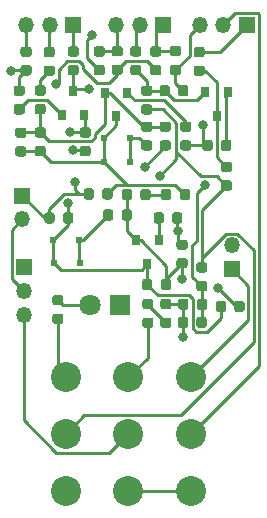
<source format=gbr>
%TF.GenerationSoftware,KiCad,Pcbnew,(5.1.7)-1*%
%TF.CreationDate,2020-11-01T08:55:33-06:00*%
%TF.ProjectId,MuffPiSMT,4d756666-5069-4534-9d54-2e6b69636164,rev?*%
%TF.SameCoordinates,Original*%
%TF.FileFunction,Copper,L1,Top*%
%TF.FilePolarity,Positive*%
%FSLAX46Y46*%
G04 Gerber Fmt 4.6, Leading zero omitted, Abs format (unit mm)*
G04 Created by KiCad (PCBNEW (5.1.7)-1) date 2020-11-01 08:55:33*
%MOMM*%
%LPD*%
G01*
G04 APERTURE LIST*
%TA.AperFunction,ComponentPad*%
%ADD10C,2.540000*%
%TD*%
%TA.AperFunction,ComponentPad*%
%ADD11R,1.350000X1.350000*%
%TD*%
%TA.AperFunction,ComponentPad*%
%ADD12O,1.350000X1.350000*%
%TD*%
%TA.AperFunction,ComponentPad*%
%ADD13R,1.800000X1.800000*%
%TD*%
%TA.AperFunction,ComponentPad*%
%ADD14C,1.800000*%
%TD*%
%TA.AperFunction,SMDPad,CuDef*%
%ADD15R,0.500000X0.500000*%
%TD*%
%TA.AperFunction,SMDPad,CuDef*%
%ADD16R,0.800000X0.900000*%
%TD*%
%TA.AperFunction,ViaPad*%
%ADD17C,0.800000*%
%TD*%
%TA.AperFunction,Conductor*%
%ADD18C,0.250000*%
%TD*%
G04 APERTURE END LIST*
D10*
%TO.P,S1,P$1*%
%TO.N,Net-(R23-Pad1)*%
X123225560Y-109501940D03*
%TO.P,S1,P$2*%
%TO.N,Net-(BT1-Pad1)*%
X123225560Y-114300000D03*
%TO.P,S1,P$3*%
%TO.N,N/C*%
X123225560Y-119098060D03*
%TO.P,S1,P$4*%
%TO.N,Net-(R1-Pad2)*%
X128524000Y-109501940D03*
%TO.P,S1,P$5*%
%TO.N,Net-(J1-Pad3)*%
X128524000Y-114300000D03*
%TO.P,S1,P$6*%
%TO.N,Net-(S1-PadP$6)*%
X128524000Y-119098060D03*
%TO.P,S1,P$7*%
%TO.N,Net-(J2-Pad1)*%
X133822440Y-109501940D03*
%TO.P,S1,P$8*%
%TO.N,Net-(S1-PadP$8)*%
X133822440Y-114300000D03*
%TO.P,S1,P$9*%
%TO.N,Net-(S1-PadP$6)*%
X133822440Y-119098060D03*
%TD*%
D11*
%TO.P,BT1,1*%
%TO.N,Net-(BT1-Pad1)*%
X119583200Y-94113600D03*
D12*
%TO.P,BT1,2*%
%TO.N,Net-(BT1-Pad2)*%
X119583200Y-96113600D03*
%TD*%
D13*
%TO.P,D5,1*%
%TO.N,GND*%
X127812800Y-103378000D03*
D14*
%TO.P,D5,2*%
%TO.N,Net-(D5-Pad2)*%
X125272800Y-103378000D03*
%TD*%
D11*
%TO.P,J1,1*%
%TO.N,GND*%
X119684800Y-100190800D03*
D12*
%TO.P,J1,2*%
%TO.N,Net-(BT1-Pad2)*%
X119684800Y-102190800D03*
%TO.P,J1,3*%
%TO.N,Net-(J1-Pad3)*%
X119684800Y-104190800D03*
%TD*%
D11*
%TO.P,J2,1*%
%TO.N,Net-(J2-Pad1)*%
X137287000Y-100330000D03*
D12*
%TO.P,J2,2*%
%TO.N,GND*%
X137287000Y-98330000D03*
%TD*%
%TO.P,SUST,3*%
%TO.N,Net-(R6-Pad2)*%
X119875800Y-79679800D03*
%TO.P,SUST,2*%
%TO.N,Net-(C4-Pad2)*%
X121875800Y-79679800D03*
D11*
%TO.P,SUST,1*%
%TO.N,Net-(C3-Pad1)*%
X123875800Y-79679800D03*
%TD*%
D12*
%TO.P,TONE,3*%
%TO.N,Net-(C11-Pad2)*%
X127495800Y-79679800D03*
%TO.P,TONE,2*%
%TO.N,Net-(C12-Pad1)*%
X129495800Y-79679800D03*
D11*
%TO.P,TONE,1*%
%TO.N,Net-(C10-Pad1)*%
X131495800Y-79679800D03*
%TD*%
%TO.P,VOL,1*%
%TO.N,Net-(C13-Pad2)*%
X138575800Y-79679800D03*
D12*
%TO.P,VOL,2*%
%TO.N,Net-(S1-PadP$8)*%
X136575800Y-79679800D03*
%TO.P,VOL,3*%
%TO.N,GND*%
X134575800Y-79679800D03*
%TD*%
%TO.P,C1,1*%
%TO.N,Net-(C1-Pad1)*%
%TA.AperFunction,SMDPad,CuDef*%
G36*
G01*
X131468150Y-102864200D02*
X131980650Y-102864200D01*
G75*
G02*
X132199400Y-103082950I0J-218750D01*
G01*
X132199400Y-103520450D01*
G75*
G02*
X131980650Y-103739200I-218750J0D01*
G01*
X131468150Y-103739200D01*
G75*
G02*
X131249400Y-103520450I0J218750D01*
G01*
X131249400Y-103082950D01*
G75*
G02*
X131468150Y-102864200I218750J0D01*
G01*
G37*
%TD.AperFunction*%
%TO.P,C1,2*%
%TO.N,Net-(C1-Pad2)*%
%TA.AperFunction,SMDPad,CuDef*%
G36*
G01*
X131468150Y-104439200D02*
X131980650Y-104439200D01*
G75*
G02*
X132199400Y-104657950I0J-218750D01*
G01*
X132199400Y-105095450D01*
G75*
G02*
X131980650Y-105314200I-218750J0D01*
G01*
X131468150Y-105314200D01*
G75*
G02*
X131249400Y-105095450I0J218750D01*
G01*
X131249400Y-104657950D01*
G75*
G02*
X131468150Y-104439200I218750J0D01*
G01*
G37*
%TD.AperFunction*%
%TD*%
%TO.P,C2,2*%
%TO.N,Net-(C1-Pad1)*%
%TA.AperFunction,SMDPad,CuDef*%
G36*
G01*
X133609600Y-104594950D02*
X133609600Y-105107450D01*
G75*
G02*
X133390850Y-105326200I-218750J0D01*
G01*
X132953350Y-105326200D01*
G75*
G02*
X132734600Y-105107450I0J218750D01*
G01*
X132734600Y-104594950D01*
G75*
G02*
X132953350Y-104376200I218750J0D01*
G01*
X133390850Y-104376200D01*
G75*
G02*
X133609600Y-104594950I0J-218750D01*
G01*
G37*
%TD.AperFunction*%
%TO.P,C2,1*%
%TO.N,Net-(C2-Pad1)*%
%TA.AperFunction,SMDPad,CuDef*%
G36*
G01*
X135184600Y-104594950D02*
X135184600Y-105107450D01*
G75*
G02*
X134965850Y-105326200I-218750J0D01*
G01*
X134528350Y-105326200D01*
G75*
G02*
X134309600Y-105107450I0J218750D01*
G01*
X134309600Y-104594950D01*
G75*
G02*
X134528350Y-104376200I218750J0D01*
G01*
X134965850Y-104376200D01*
G75*
G02*
X135184600Y-104594950I0J-218750D01*
G01*
G37*
%TD.AperFunction*%
%TD*%
%TO.P,C3,2*%
%TO.N,Net-(C2-Pad1)*%
%TA.AperFunction,SMDPad,CuDef*%
G36*
G01*
X123619550Y-83052300D02*
X124132050Y-83052300D01*
G75*
G02*
X124350800Y-83271050I0J-218750D01*
G01*
X124350800Y-83708550D01*
G75*
G02*
X124132050Y-83927300I-218750J0D01*
G01*
X123619550Y-83927300D01*
G75*
G02*
X123400800Y-83708550I0J218750D01*
G01*
X123400800Y-83271050D01*
G75*
G02*
X123619550Y-83052300I218750J0D01*
G01*
G37*
%TD.AperFunction*%
%TO.P,C3,1*%
%TO.N,Net-(C3-Pad1)*%
%TA.AperFunction,SMDPad,CuDef*%
G36*
G01*
X123619550Y-81477300D02*
X124132050Y-81477300D01*
G75*
G02*
X124350800Y-81696050I0J-218750D01*
G01*
X124350800Y-82133550D01*
G75*
G02*
X124132050Y-82352300I-218750J0D01*
G01*
X123619550Y-82352300D01*
G75*
G02*
X123400800Y-82133550I0J218750D01*
G01*
X123400800Y-81696050D01*
G75*
G02*
X123619550Y-81477300I218750J0D01*
G01*
G37*
%TD.AperFunction*%
%TD*%
%TO.P,C4,1*%
%TO.N,Net-(C4-Pad1)*%
%TA.AperFunction,SMDPad,CuDef*%
G36*
G01*
X122100050Y-83978300D02*
X121587550Y-83978300D01*
G75*
G02*
X121368800Y-83759550I0J218750D01*
G01*
X121368800Y-83322050D01*
G75*
G02*
X121587550Y-83103300I218750J0D01*
G01*
X122100050Y-83103300D01*
G75*
G02*
X122318800Y-83322050I0J-218750D01*
G01*
X122318800Y-83759550D01*
G75*
G02*
X122100050Y-83978300I-218750J0D01*
G01*
G37*
%TD.AperFunction*%
%TO.P,C4,2*%
%TO.N,Net-(C4-Pad2)*%
%TA.AperFunction,SMDPad,CuDef*%
G36*
G01*
X122100050Y-82403300D02*
X121587550Y-82403300D01*
G75*
G02*
X121368800Y-82184550I0J218750D01*
G01*
X121368800Y-81747050D01*
G75*
G02*
X121587550Y-81528300I218750J0D01*
G01*
X122100050Y-81528300D01*
G75*
G02*
X122318800Y-81747050I0J-218750D01*
G01*
X122318800Y-82184550D01*
G75*
G02*
X122100050Y-82403300I-218750J0D01*
G01*
G37*
%TD.AperFunction*%
%TD*%
%TO.P,C5,1*%
%TO.N,Net-(C5-Pad1)*%
%TA.AperFunction,SMDPad,CuDef*%
G36*
G01*
X130355050Y-90302700D02*
X129842550Y-90302700D01*
G75*
G02*
X129623800Y-90083950I0J218750D01*
G01*
X129623800Y-89646450D01*
G75*
G02*
X129842550Y-89427700I218750J0D01*
G01*
X130355050Y-89427700D01*
G75*
G02*
X130573800Y-89646450I0J-218750D01*
G01*
X130573800Y-90083950D01*
G75*
G02*
X130355050Y-90302700I-218750J0D01*
G01*
G37*
%TD.AperFunction*%
%TO.P,C5,2*%
%TO.N,Net-(C5-Pad2)*%
%TA.AperFunction,SMDPad,CuDef*%
G36*
G01*
X130355050Y-88727700D02*
X129842550Y-88727700D01*
G75*
G02*
X129623800Y-88508950I0J218750D01*
G01*
X129623800Y-88071450D01*
G75*
G02*
X129842550Y-87852700I218750J0D01*
G01*
X130355050Y-87852700D01*
G75*
G02*
X130573800Y-88071450I0J-218750D01*
G01*
X130573800Y-88508950D01*
G75*
G02*
X130355050Y-88727700I-218750J0D01*
G01*
G37*
%TD.AperFunction*%
%TD*%
%TO.P,C6,2*%
%TO.N,Net-(C5-Pad2)*%
%TA.AperFunction,SMDPad,CuDef*%
G36*
G01*
X119687050Y-89235800D02*
X119174550Y-89235800D01*
G75*
G02*
X118955800Y-89017050I0J218750D01*
G01*
X118955800Y-88579550D01*
G75*
G02*
X119174550Y-88360800I218750J0D01*
G01*
X119687050Y-88360800D01*
G75*
G02*
X119905800Y-88579550I0J-218750D01*
G01*
X119905800Y-89017050D01*
G75*
G02*
X119687050Y-89235800I-218750J0D01*
G01*
G37*
%TD.AperFunction*%
%TO.P,C6,1*%
%TO.N,Net-(C6-Pad1)*%
%TA.AperFunction,SMDPad,CuDef*%
G36*
G01*
X119687050Y-90810800D02*
X119174550Y-90810800D01*
G75*
G02*
X118955800Y-90592050I0J218750D01*
G01*
X118955800Y-90154550D01*
G75*
G02*
X119174550Y-89935800I218750J0D01*
G01*
X119687050Y-89935800D01*
G75*
G02*
X119905800Y-90154550I0J-218750D01*
G01*
X119905800Y-90592050D01*
G75*
G02*
X119687050Y-90810800I-218750J0D01*
G01*
G37*
%TD.AperFunction*%
%TD*%
%TO.P,C7,1*%
%TO.N,Net-(C7-Pad1)*%
%TA.AperFunction,SMDPad,CuDef*%
G36*
G01*
X131312200Y-94287050D02*
X131312200Y-93774550D01*
G75*
G02*
X131530950Y-93555800I218750J0D01*
G01*
X131968450Y-93555800D01*
G75*
G02*
X132187200Y-93774550I0J-218750D01*
G01*
X132187200Y-94287050D01*
G75*
G02*
X131968450Y-94505800I-218750J0D01*
G01*
X131530950Y-94505800D01*
G75*
G02*
X131312200Y-94287050I0J218750D01*
G01*
G37*
%TD.AperFunction*%
%TO.P,C7,2*%
%TO.N,Net-(C6-Pad1)*%
%TA.AperFunction,SMDPad,CuDef*%
G36*
G01*
X132887200Y-94287050D02*
X132887200Y-93774550D01*
G75*
G02*
X133105950Y-93555800I218750J0D01*
G01*
X133543450Y-93555800D01*
G75*
G02*
X133762200Y-93774550I0J-218750D01*
G01*
X133762200Y-94287050D01*
G75*
G02*
X133543450Y-94505800I-218750J0D01*
G01*
X133105950Y-94505800D01*
G75*
G02*
X132887200Y-94287050I0J218750D01*
G01*
G37*
%TD.AperFunction*%
%TD*%
%TO.P,C8,1*%
%TO.N,Net-(C8-Pad1)*%
%TA.AperFunction,SMDPad,CuDef*%
G36*
G01*
X126410100Y-96014250D02*
X126410100Y-95501750D01*
G75*
G02*
X126628850Y-95283000I218750J0D01*
G01*
X127066350Y-95283000D01*
G75*
G02*
X127285100Y-95501750I0J-218750D01*
G01*
X127285100Y-96014250D01*
G75*
G02*
X127066350Y-96233000I-218750J0D01*
G01*
X126628850Y-96233000D01*
G75*
G02*
X126410100Y-96014250I0J218750D01*
G01*
G37*
%TD.AperFunction*%
%TO.P,C8,2*%
%TO.N,Net-(C8-Pad2)*%
%TA.AperFunction,SMDPad,CuDef*%
G36*
G01*
X127985100Y-96014250D02*
X127985100Y-95501750D01*
G75*
G02*
X128203850Y-95283000I218750J0D01*
G01*
X128641350Y-95283000D01*
G75*
G02*
X128860100Y-95501750I0J-218750D01*
G01*
X128860100Y-96014250D01*
G75*
G02*
X128641350Y-96233000I-218750J0D01*
G01*
X128203850Y-96233000D01*
G75*
G02*
X127985100Y-96014250I0J218750D01*
G01*
G37*
%TD.AperFunction*%
%TD*%
%TO.P,C9,2*%
%TO.N,Net-(C8-Pad2)*%
%TA.AperFunction,SMDPad,CuDef*%
G36*
G01*
X131286900Y-101907050D02*
X131286900Y-101394550D01*
G75*
G02*
X131505650Y-101175800I218750J0D01*
G01*
X131943150Y-101175800D01*
G75*
G02*
X132161900Y-101394550I0J-218750D01*
G01*
X132161900Y-101907050D01*
G75*
G02*
X131943150Y-102125800I-218750J0D01*
G01*
X131505650Y-102125800D01*
G75*
G02*
X131286900Y-101907050I0J218750D01*
G01*
G37*
%TD.AperFunction*%
%TO.P,C9,1*%
%TO.N,Net-(C10-Pad2)*%
%TA.AperFunction,SMDPad,CuDef*%
G36*
G01*
X129711900Y-101907050D02*
X129711900Y-101394550D01*
G75*
G02*
X129930650Y-101175800I218750J0D01*
G01*
X130368150Y-101175800D01*
G75*
G02*
X130586900Y-101394550I0J-218750D01*
G01*
X130586900Y-101907050D01*
G75*
G02*
X130368150Y-102125800I-218750J0D01*
G01*
X129930650Y-102125800D01*
G75*
G02*
X129711900Y-101907050I0J218750D01*
G01*
G37*
%TD.AperFunction*%
%TD*%
%TO.P,C10,2*%
%TO.N,Net-(C10-Pad2)*%
%TA.AperFunction,SMDPad,CuDef*%
G36*
G01*
X130604550Y-83052400D02*
X131117050Y-83052400D01*
G75*
G02*
X131335800Y-83271150I0J-218750D01*
G01*
X131335800Y-83708650D01*
G75*
G02*
X131117050Y-83927400I-218750J0D01*
G01*
X130604550Y-83927400D01*
G75*
G02*
X130385800Y-83708650I0J218750D01*
G01*
X130385800Y-83271150D01*
G75*
G02*
X130604550Y-83052400I218750J0D01*
G01*
G37*
%TD.AperFunction*%
%TO.P,C10,1*%
%TO.N,Net-(C10-Pad1)*%
%TA.AperFunction,SMDPad,CuDef*%
G36*
G01*
X130604550Y-81477400D02*
X131117050Y-81477400D01*
G75*
G02*
X131335800Y-81696150I0J-218750D01*
G01*
X131335800Y-82133650D01*
G75*
G02*
X131117050Y-82352400I-218750J0D01*
G01*
X130604550Y-82352400D01*
G75*
G02*
X130385800Y-82133650I0J218750D01*
G01*
X130385800Y-81696150D01*
G75*
G02*
X130604550Y-81477400I218750J0D01*
G01*
G37*
%TD.AperFunction*%
%TD*%
%TO.P,C11,2*%
%TO.N,Net-(C11-Pad2)*%
%TA.AperFunction,SMDPad,CuDef*%
G36*
G01*
X126341850Y-82352400D02*
X125829350Y-82352400D01*
G75*
G02*
X125610600Y-82133650I0J218750D01*
G01*
X125610600Y-81696150D01*
G75*
G02*
X125829350Y-81477400I218750J0D01*
G01*
X126341850Y-81477400D01*
G75*
G02*
X126560600Y-81696150I0J-218750D01*
G01*
X126560600Y-82133650D01*
G75*
G02*
X126341850Y-82352400I-218750J0D01*
G01*
G37*
%TD.AperFunction*%
%TO.P,C11,1*%
%TO.N,GND*%
%TA.AperFunction,SMDPad,CuDef*%
G36*
G01*
X126341850Y-83927400D02*
X125829350Y-83927400D01*
G75*
G02*
X125610600Y-83708650I0J218750D01*
G01*
X125610600Y-83271150D01*
G75*
G02*
X125829350Y-83052400I218750J0D01*
G01*
X126341850Y-83052400D01*
G75*
G02*
X126560600Y-83271150I0J-218750D01*
G01*
X126560600Y-83708650D01*
G75*
G02*
X126341850Y-83927400I-218750J0D01*
G01*
G37*
%TD.AperFunction*%
%TD*%
%TO.P,C12,1*%
%TO.N,Net-(C12-Pad1)*%
%TA.AperFunction,SMDPad,CuDef*%
G36*
G01*
X128928150Y-81477400D02*
X129440650Y-81477400D01*
G75*
G02*
X129659400Y-81696150I0J-218750D01*
G01*
X129659400Y-82133650D01*
G75*
G02*
X129440650Y-82352400I-218750J0D01*
G01*
X128928150Y-82352400D01*
G75*
G02*
X128709400Y-82133650I0J218750D01*
G01*
X128709400Y-81696150D01*
G75*
G02*
X128928150Y-81477400I218750J0D01*
G01*
G37*
%TD.AperFunction*%
%TO.P,C12,2*%
%TO.N,Net-(C12-Pad2)*%
%TA.AperFunction,SMDPad,CuDef*%
G36*
G01*
X128928150Y-83052400D02*
X129440650Y-83052400D01*
G75*
G02*
X129659400Y-83271150I0J-218750D01*
G01*
X129659400Y-83708650D01*
G75*
G02*
X129440650Y-83927400I-218750J0D01*
G01*
X128928150Y-83927400D01*
G75*
G02*
X128709400Y-83708650I0J218750D01*
G01*
X128709400Y-83271150D01*
G75*
G02*
X128928150Y-83052400I218750J0D01*
G01*
G37*
%TD.AperFunction*%
%TD*%
%TO.P,C13,1*%
%TO.N,Net-(C13-Pad1)*%
%TA.AperFunction,SMDPad,CuDef*%
G36*
G01*
X134800050Y-83978300D02*
X134287550Y-83978300D01*
G75*
G02*
X134068800Y-83759550I0J218750D01*
G01*
X134068800Y-83322050D01*
G75*
G02*
X134287550Y-83103300I218750J0D01*
G01*
X134800050Y-83103300D01*
G75*
G02*
X135018800Y-83322050I0J-218750D01*
G01*
X135018800Y-83759550D01*
G75*
G02*
X134800050Y-83978300I-218750J0D01*
G01*
G37*
%TD.AperFunction*%
%TO.P,C13,2*%
%TO.N,Net-(C13-Pad2)*%
%TA.AperFunction,SMDPad,CuDef*%
G36*
G01*
X134800050Y-82403300D02*
X134287550Y-82403300D01*
G75*
G02*
X134068800Y-82184550I0J218750D01*
G01*
X134068800Y-81747050D01*
G75*
G02*
X134287550Y-81528300I218750J0D01*
G01*
X134800050Y-81528300D01*
G75*
G02*
X135018800Y-81747050I0J-218750D01*
G01*
X135018800Y-82184550D01*
G75*
G02*
X134800050Y-82403300I-218750J0D01*
G01*
G37*
%TD.AperFunction*%
%TD*%
D15*
%TO.P,D1,2*%
%TO.N,Net-(C5-Pad1)*%
X128658800Y-89204800D03*
%TO.P,D1,1*%
%TO.N,Net-(C6-Pad1)*%
X126458800Y-89204800D03*
%TD*%
%TO.P,D2,1*%
%TO.N,Net-(C5-Pad1)*%
X128658800Y-91236800D03*
%TO.P,D2,2*%
%TO.N,Net-(C6-Pad1)*%
X126458800Y-91236800D03*
%TD*%
%TO.P,D3,2*%
%TO.N,Net-(C8-Pad1)*%
X124366200Y-97917000D03*
%TO.P,D3,1*%
%TO.N,Net-(C10-Pad2)*%
X122166200Y-97917000D03*
%TD*%
%TO.P,D4,1*%
%TO.N,Net-(C8-Pad1)*%
X124493200Y-99822000D03*
%TO.P,D4,2*%
%TO.N,Net-(C10-Pad2)*%
X122293200Y-99822000D03*
%TD*%
D16*
%TO.P,Q1,1*%
%TO.N,Net-(Q1-Pad1)*%
X122925800Y-87283800D03*
%TO.P,Q1,2*%
%TO.N,Net-(C1-Pad1)*%
X124825800Y-87283800D03*
%TO.P,Q1,3*%
%TO.N,Net-(C2-Pad1)*%
X123875800Y-85283800D03*
%TD*%
%TO.P,Q2,3*%
%TO.N,Net-(C6-Pad1)*%
X127497800Y-87394800D03*
%TO.P,Q2,2*%
%TO.N,Net-(C5-Pad2)*%
X126547800Y-85394800D03*
%TO.P,Q2,1*%
%TO.N,Net-(Q2-Pad1)*%
X128447800Y-85394800D03*
%TD*%
%TO.P,Q3,3*%
%TO.N,Net-(C10-Pad2)*%
X130149600Y-99907600D03*
%TO.P,Q3,2*%
%TO.N,Net-(C8-Pad2)*%
X129199600Y-97907600D03*
%TO.P,Q3,1*%
%TO.N,Net-(Q3-Pad1)*%
X131099600Y-97907600D03*
%TD*%
%TO.P,Q4,1*%
%TO.N,Net-(Q4-Pad1)*%
X136967000Y-85376000D03*
%TO.P,Q4,2*%
%TO.N,Net-(C12-Pad2)*%
X135067000Y-85376000D03*
%TO.P,Q4,3*%
%TO.N,Net-(C13-Pad1)*%
X136017000Y-87376000D03*
%TD*%
%TO.P,R1,2*%
%TO.N,Net-(R1-Pad2)*%
%TA.AperFunction,SMDPad,CuDef*%
G36*
G01*
X129944150Y-104439200D02*
X130456650Y-104439200D01*
G75*
G02*
X130675400Y-104657950I0J-218750D01*
G01*
X130675400Y-105095450D01*
G75*
G02*
X130456650Y-105314200I-218750J0D01*
G01*
X129944150Y-105314200D01*
G75*
G02*
X129725400Y-105095450I0J218750D01*
G01*
X129725400Y-104657950D01*
G75*
G02*
X129944150Y-104439200I218750J0D01*
G01*
G37*
%TD.AperFunction*%
%TO.P,R1,1*%
%TO.N,Net-(C1-Pad2)*%
%TA.AperFunction,SMDPad,CuDef*%
G36*
G01*
X129944150Y-102864200D02*
X130456650Y-102864200D01*
G75*
G02*
X130675400Y-103082950I0J-218750D01*
G01*
X130675400Y-103520450D01*
G75*
G02*
X130456650Y-103739200I-218750J0D01*
G01*
X129944150Y-103739200D01*
G75*
G02*
X129725400Y-103520450I0J218750D01*
G01*
X129725400Y-103082950D01*
G75*
G02*
X129944150Y-102864200I218750J0D01*
G01*
G37*
%TD.AperFunction*%
%TD*%
%TO.P,R2,2*%
%TO.N,Net-(C1-Pad1)*%
%TA.AperFunction,SMDPad,CuDef*%
G36*
G01*
X125148050Y-89210300D02*
X124635550Y-89210300D01*
G75*
G02*
X124416800Y-88991550I0J218750D01*
G01*
X124416800Y-88554050D01*
G75*
G02*
X124635550Y-88335300I218750J0D01*
G01*
X125148050Y-88335300D01*
G75*
G02*
X125366800Y-88554050I0J-218750D01*
G01*
X125366800Y-88991550D01*
G75*
G02*
X125148050Y-89210300I-218750J0D01*
G01*
G37*
%TD.AperFunction*%
%TO.P,R2,1*%
%TO.N,GND*%
%TA.AperFunction,SMDPad,CuDef*%
G36*
G01*
X125148050Y-90785300D02*
X124635550Y-90785300D01*
G75*
G02*
X124416800Y-90566550I0J218750D01*
G01*
X124416800Y-90129050D01*
G75*
G02*
X124635550Y-89910300I218750J0D01*
G01*
X125148050Y-89910300D01*
G75*
G02*
X125366800Y-90129050I0J-218750D01*
G01*
X125366800Y-90566550D01*
G75*
G02*
X125148050Y-90785300I-218750J0D01*
G01*
G37*
%TD.AperFunction*%
%TD*%
%TO.P,R3,2*%
%TO.N,Net-(C2-Pad1)*%
%TA.AperFunction,SMDPad,CuDef*%
G36*
G01*
X134334900Y-103583450D02*
X134334900Y-103070950D01*
G75*
G02*
X134553650Y-102852200I218750J0D01*
G01*
X134991150Y-102852200D01*
G75*
G02*
X135209900Y-103070950I0J-218750D01*
G01*
X135209900Y-103583450D01*
G75*
G02*
X134991150Y-103802200I-218750J0D01*
G01*
X134553650Y-103802200D01*
G75*
G02*
X134334900Y-103583450I0J218750D01*
G01*
G37*
%TD.AperFunction*%
%TO.P,R3,1*%
%TO.N,Net-(C1-Pad1)*%
%TA.AperFunction,SMDPad,CuDef*%
G36*
G01*
X132759900Y-103583450D02*
X132759900Y-103070950D01*
G75*
G02*
X132978650Y-102852200I218750J0D01*
G01*
X133416150Y-102852200D01*
G75*
G02*
X133634900Y-103070950I0J-218750D01*
G01*
X133634900Y-103583450D01*
G75*
G02*
X133416150Y-103802200I-218750J0D01*
G01*
X132978650Y-103802200D01*
G75*
G02*
X132759900Y-103583450I0J218750D01*
G01*
G37*
%TD.AperFunction*%
%TD*%
%TO.P,R4,2*%
%TO.N,Net-(BT1-Pad1)*%
%TA.AperFunction,SMDPad,CuDef*%
G36*
G01*
X135028650Y-100640400D02*
X134516150Y-100640400D01*
G75*
G02*
X134297400Y-100421650I0J218750D01*
G01*
X134297400Y-99984150D01*
G75*
G02*
X134516150Y-99765400I218750J0D01*
G01*
X135028650Y-99765400D01*
G75*
G02*
X135247400Y-99984150I0J-218750D01*
G01*
X135247400Y-100421650D01*
G75*
G02*
X135028650Y-100640400I-218750J0D01*
G01*
G37*
%TD.AperFunction*%
%TO.P,R4,1*%
%TO.N,Net-(C2-Pad1)*%
%TA.AperFunction,SMDPad,CuDef*%
G36*
G01*
X135028650Y-102215400D02*
X134516150Y-102215400D01*
G75*
G02*
X134297400Y-101996650I0J218750D01*
G01*
X134297400Y-101559150D01*
G75*
G02*
X134516150Y-101340400I218750J0D01*
G01*
X135028650Y-101340400D01*
G75*
G02*
X135247400Y-101559150I0J-218750D01*
G01*
X135247400Y-101996650D01*
G75*
G02*
X135028650Y-102215400I-218750J0D01*
G01*
G37*
%TD.AperFunction*%
%TD*%
%TO.P,R5,1*%
%TO.N,GND*%
%TA.AperFunction,SMDPad,CuDef*%
G36*
G01*
X119047550Y-84804800D02*
X119560050Y-84804800D01*
G75*
G02*
X119778800Y-85023550I0J-218750D01*
G01*
X119778800Y-85461050D01*
G75*
G02*
X119560050Y-85679800I-218750J0D01*
G01*
X119047550Y-85679800D01*
G75*
G02*
X118828800Y-85461050I0J218750D01*
G01*
X118828800Y-85023550D01*
G75*
G02*
X119047550Y-84804800I218750J0D01*
G01*
G37*
%TD.AperFunction*%
%TO.P,R5,2*%
%TO.N,Net-(Q1-Pad1)*%
%TA.AperFunction,SMDPad,CuDef*%
G36*
G01*
X119047550Y-86379800D02*
X119560050Y-86379800D01*
G75*
G02*
X119778800Y-86598550I0J-218750D01*
G01*
X119778800Y-87036050D01*
G75*
G02*
X119560050Y-87254800I-218750J0D01*
G01*
X119047550Y-87254800D01*
G75*
G02*
X118828800Y-87036050I0J218750D01*
G01*
X118828800Y-86598550D01*
G75*
G02*
X119047550Y-86379800I218750J0D01*
G01*
G37*
%TD.AperFunction*%
%TD*%
%TO.P,R6,1*%
%TO.N,GND*%
%TA.AperFunction,SMDPad,CuDef*%
G36*
G01*
X120144250Y-83952800D02*
X119631750Y-83952800D01*
G75*
G02*
X119413000Y-83734050I0J218750D01*
G01*
X119413000Y-83296550D01*
G75*
G02*
X119631750Y-83077800I218750J0D01*
G01*
X120144250Y-83077800D01*
G75*
G02*
X120363000Y-83296550I0J-218750D01*
G01*
X120363000Y-83734050D01*
G75*
G02*
X120144250Y-83952800I-218750J0D01*
G01*
G37*
%TD.AperFunction*%
%TO.P,R6,2*%
%TO.N,Net-(R6-Pad2)*%
%TA.AperFunction,SMDPad,CuDef*%
G36*
G01*
X120144250Y-82377800D02*
X119631750Y-82377800D01*
G75*
G02*
X119413000Y-82159050I0J218750D01*
G01*
X119413000Y-81721550D01*
G75*
G02*
X119631750Y-81502800I218750J0D01*
G01*
X120144250Y-81502800D01*
G75*
G02*
X120363000Y-81721550I0J-218750D01*
G01*
X120363000Y-82159050D01*
G75*
G02*
X120144250Y-82377800I-218750J0D01*
G01*
G37*
%TD.AperFunction*%
%TD*%
%TO.P,R7,1*%
%TO.N,Net-(C4-Pad1)*%
%TA.AperFunction,SMDPad,CuDef*%
G36*
G01*
X120825550Y-84779300D02*
X121338050Y-84779300D01*
G75*
G02*
X121556800Y-84998050I0J-218750D01*
G01*
X121556800Y-85435550D01*
G75*
G02*
X121338050Y-85654300I-218750J0D01*
G01*
X120825550Y-85654300D01*
G75*
G02*
X120606800Y-85435550I0J218750D01*
G01*
X120606800Y-84998050D01*
G75*
G02*
X120825550Y-84779300I218750J0D01*
G01*
G37*
%TD.AperFunction*%
%TO.P,R7,2*%
%TO.N,Net-(C5-Pad2)*%
%TA.AperFunction,SMDPad,CuDef*%
G36*
G01*
X120825550Y-86354300D02*
X121338050Y-86354300D01*
G75*
G02*
X121556800Y-86573050I0J-218750D01*
G01*
X121556800Y-87010550D01*
G75*
G02*
X121338050Y-87229300I-218750J0D01*
G01*
X120825550Y-87229300D01*
G75*
G02*
X120606800Y-87010550I0J218750D01*
G01*
X120606800Y-86573050D01*
G75*
G02*
X120825550Y-86354300I218750J0D01*
G01*
G37*
%TD.AperFunction*%
%TD*%
%TO.P,R8,2*%
%TO.N,GND*%
%TA.AperFunction,SMDPad,CuDef*%
G36*
G01*
X131417350Y-89427900D02*
X131929850Y-89427900D01*
G75*
G02*
X132148600Y-89646650I0J-218750D01*
G01*
X132148600Y-90084150D01*
G75*
G02*
X131929850Y-90302900I-218750J0D01*
G01*
X131417350Y-90302900D01*
G75*
G02*
X131198600Y-90084150I0J218750D01*
G01*
X131198600Y-89646650D01*
G75*
G02*
X131417350Y-89427900I218750J0D01*
G01*
G37*
%TD.AperFunction*%
%TO.P,R8,1*%
%TO.N,Net-(C5-Pad2)*%
%TA.AperFunction,SMDPad,CuDef*%
G36*
G01*
X131417350Y-87852900D02*
X131929850Y-87852900D01*
G75*
G02*
X132148600Y-88071650I0J-218750D01*
G01*
X132148600Y-88509150D01*
G75*
G02*
X131929850Y-88727900I-218750J0D01*
G01*
X131417350Y-88727900D01*
G75*
G02*
X131198600Y-88509150I0J218750D01*
G01*
X131198600Y-88071650D01*
G75*
G02*
X131417350Y-87852900I218750J0D01*
G01*
G37*
%TD.AperFunction*%
%TD*%
%TO.P,R9,2*%
%TO.N,Net-(C6-Pad1)*%
%TA.AperFunction,SMDPad,CuDef*%
G36*
G01*
X120825550Y-89910300D02*
X121338050Y-89910300D01*
G75*
G02*
X121556800Y-90129050I0J-218750D01*
G01*
X121556800Y-90566550D01*
G75*
G02*
X121338050Y-90785300I-218750J0D01*
G01*
X120825550Y-90785300D01*
G75*
G02*
X120606800Y-90566550I0J218750D01*
G01*
X120606800Y-90129050D01*
G75*
G02*
X120825550Y-89910300I218750J0D01*
G01*
G37*
%TD.AperFunction*%
%TO.P,R9,1*%
%TO.N,Net-(C5-Pad2)*%
%TA.AperFunction,SMDPad,CuDef*%
G36*
G01*
X120825550Y-88335300D02*
X121338050Y-88335300D01*
G75*
G02*
X121556800Y-88554050I0J-218750D01*
G01*
X121556800Y-88991550D01*
G75*
G02*
X121338050Y-89210300I-218750J0D01*
G01*
X120825550Y-89210300D01*
G75*
G02*
X120606800Y-88991550I0J218750D01*
G01*
X120606800Y-88554050D01*
G75*
G02*
X120825550Y-88335300I218750J0D01*
G01*
G37*
%TD.AperFunction*%
%TD*%
%TO.P,R10,1*%
%TO.N,Net-(BT1-Pad1)*%
%TA.AperFunction,SMDPad,CuDef*%
G36*
G01*
X124759000Y-94236250D02*
X124759000Y-93723750D01*
G75*
G02*
X124977750Y-93505000I218750J0D01*
G01*
X125415250Y-93505000D01*
G75*
G02*
X125634000Y-93723750I0J-218750D01*
G01*
X125634000Y-94236250D01*
G75*
G02*
X125415250Y-94455000I-218750J0D01*
G01*
X124977750Y-94455000D01*
G75*
G02*
X124759000Y-94236250I0J218750D01*
G01*
G37*
%TD.AperFunction*%
%TO.P,R10,2*%
%TO.N,Net-(C6-Pad1)*%
%TA.AperFunction,SMDPad,CuDef*%
G36*
G01*
X126334000Y-94236250D02*
X126334000Y-93723750D01*
G75*
G02*
X126552750Y-93505000I218750J0D01*
G01*
X126990250Y-93505000D01*
G75*
G02*
X127209000Y-93723750I0J-218750D01*
G01*
X127209000Y-94236250D01*
G75*
G02*
X126990250Y-94455000I-218750J0D01*
G01*
X126552750Y-94455000D01*
G75*
G02*
X126334000Y-94236250I0J218750D01*
G01*
G37*
%TD.AperFunction*%
%TD*%
%TO.P,R11,1*%
%TO.N,Net-(Q2-Pad1)*%
%TA.AperFunction,SMDPad,CuDef*%
G36*
G01*
X133144550Y-87852900D02*
X133657050Y-87852900D01*
G75*
G02*
X133875800Y-88071650I0J-218750D01*
G01*
X133875800Y-88509150D01*
G75*
G02*
X133657050Y-88727900I-218750J0D01*
G01*
X133144550Y-88727900D01*
G75*
G02*
X132925800Y-88509150I0J218750D01*
G01*
X132925800Y-88071650D01*
G75*
G02*
X133144550Y-87852900I218750J0D01*
G01*
G37*
%TD.AperFunction*%
%TO.P,R11,2*%
%TO.N,GND*%
%TA.AperFunction,SMDPad,CuDef*%
G36*
G01*
X133144550Y-89427900D02*
X133657050Y-89427900D01*
G75*
G02*
X133875800Y-89646650I0J-218750D01*
G01*
X133875800Y-90084150D01*
G75*
G02*
X133657050Y-90302900I-218750J0D01*
G01*
X133144550Y-90302900D01*
G75*
G02*
X132925800Y-90084150I0J218750D01*
G01*
X132925800Y-89646650D01*
G75*
G02*
X133144550Y-89427900I218750J0D01*
G01*
G37*
%TD.AperFunction*%
%TD*%
%TO.P,R12,1*%
%TO.N,Net-(C7-Pad1)*%
%TA.AperFunction,SMDPad,CuDef*%
G36*
G01*
X130434900Y-93774550D02*
X130434900Y-94287050D01*
G75*
G02*
X130216150Y-94505800I-218750J0D01*
G01*
X129778650Y-94505800D01*
G75*
G02*
X129559900Y-94287050I0J218750D01*
G01*
X129559900Y-93774550D01*
G75*
G02*
X129778650Y-93555800I218750J0D01*
G01*
X130216150Y-93555800D01*
G75*
G02*
X130434900Y-93774550I0J-218750D01*
G01*
G37*
%TD.AperFunction*%
%TO.P,R12,2*%
%TO.N,Net-(C8-Pad2)*%
%TA.AperFunction,SMDPad,CuDef*%
G36*
G01*
X128859900Y-93774550D02*
X128859900Y-94287050D01*
G75*
G02*
X128641150Y-94505800I-218750J0D01*
G01*
X128203650Y-94505800D01*
G75*
G02*
X127984900Y-94287050I0J218750D01*
G01*
X127984900Y-93774550D01*
G75*
G02*
X128203650Y-93555800I218750J0D01*
G01*
X128641150Y-93555800D01*
G75*
G02*
X128859900Y-93774550I0J-218750D01*
G01*
G37*
%TD.AperFunction*%
%TD*%
%TO.P,R13,2*%
%TO.N,GND*%
%TA.AperFunction,SMDPad,CuDef*%
G36*
G01*
X133352250Y-98710000D02*
X132839750Y-98710000D01*
G75*
G02*
X132621000Y-98491250I0J218750D01*
G01*
X132621000Y-98053750D01*
G75*
G02*
X132839750Y-97835000I218750J0D01*
G01*
X133352250Y-97835000D01*
G75*
G02*
X133571000Y-98053750I0J-218750D01*
G01*
X133571000Y-98491250D01*
G75*
G02*
X133352250Y-98710000I-218750J0D01*
G01*
G37*
%TD.AperFunction*%
%TO.P,R13,1*%
%TO.N,Net-(C8-Pad2)*%
%TA.AperFunction,SMDPad,CuDef*%
G36*
G01*
X133352250Y-100285000D02*
X132839750Y-100285000D01*
G75*
G02*
X132621000Y-100066250I0J218750D01*
G01*
X132621000Y-99628750D01*
G75*
G02*
X132839750Y-99410000I218750J0D01*
G01*
X133352250Y-99410000D01*
G75*
G02*
X133571000Y-99628750I0J-218750D01*
G01*
X133571000Y-100066250D01*
G75*
G02*
X133352250Y-100285000I-218750J0D01*
G01*
G37*
%TD.AperFunction*%
%TD*%
%TO.P,R14,2*%
%TO.N,Net-(C10-Pad2)*%
%TA.AperFunction,SMDPad,CuDef*%
G36*
G01*
X136810000Y-103248750D02*
X136810000Y-103761250D01*
G75*
G02*
X136591250Y-103980000I-218750J0D01*
G01*
X136153750Y-103980000D01*
G75*
G02*
X135935000Y-103761250I0J218750D01*
G01*
X135935000Y-103248750D01*
G75*
G02*
X136153750Y-103030000I218750J0D01*
G01*
X136591250Y-103030000D01*
G75*
G02*
X136810000Y-103248750I0J-218750D01*
G01*
G37*
%TD.AperFunction*%
%TO.P,R14,1*%
%TO.N,Net-(C8-Pad2)*%
%TA.AperFunction,SMDPad,CuDef*%
G36*
G01*
X138385000Y-103248750D02*
X138385000Y-103761250D01*
G75*
G02*
X138166250Y-103980000I-218750J0D01*
G01*
X137728750Y-103980000D01*
G75*
G02*
X137510000Y-103761250I0J218750D01*
G01*
X137510000Y-103248750D01*
G75*
G02*
X137728750Y-103030000I218750J0D01*
G01*
X138166250Y-103030000D01*
G75*
G02*
X138385000Y-103248750I0J-218750D01*
G01*
G37*
%TD.AperFunction*%
%TD*%
%TO.P,R15,2*%
%TO.N,GND*%
%TA.AperFunction,SMDPad,CuDef*%
G36*
G01*
X132252300Y-96268250D02*
X132252300Y-95755750D01*
G75*
G02*
X132471050Y-95537000I218750J0D01*
G01*
X132908550Y-95537000D01*
G75*
G02*
X133127300Y-95755750I0J-218750D01*
G01*
X133127300Y-96268250D01*
G75*
G02*
X132908550Y-96487000I-218750J0D01*
G01*
X132471050Y-96487000D01*
G75*
G02*
X132252300Y-96268250I0J218750D01*
G01*
G37*
%TD.AperFunction*%
%TO.P,R15,1*%
%TO.N,Net-(Q3-Pad1)*%
%TA.AperFunction,SMDPad,CuDef*%
G36*
G01*
X130677300Y-96268250D02*
X130677300Y-95755750D01*
G75*
G02*
X130896050Y-95537000I218750J0D01*
G01*
X131333550Y-95537000D01*
G75*
G02*
X131552300Y-95755750I0J-218750D01*
G01*
X131552300Y-96268250D01*
G75*
G02*
X131333550Y-96487000I-218750J0D01*
G01*
X130896050Y-96487000D01*
G75*
G02*
X130677300Y-96268250I0J218750D01*
G01*
G37*
%TD.AperFunction*%
%TD*%
%TO.P,R16,1*%
%TO.N,Net-(BT1-Pad1)*%
%TA.AperFunction,SMDPad,CuDef*%
G36*
G01*
X121431500Y-96268250D02*
X121431500Y-95755750D01*
G75*
G02*
X121650250Y-95537000I218750J0D01*
G01*
X122087750Y-95537000D01*
G75*
G02*
X122306500Y-95755750I0J-218750D01*
G01*
X122306500Y-96268250D01*
G75*
G02*
X122087750Y-96487000I-218750J0D01*
G01*
X121650250Y-96487000D01*
G75*
G02*
X121431500Y-96268250I0J218750D01*
G01*
G37*
%TD.AperFunction*%
%TO.P,R16,2*%
%TO.N,Net-(C10-Pad2)*%
%TA.AperFunction,SMDPad,CuDef*%
G36*
G01*
X123006500Y-96268250D02*
X123006500Y-95755750D01*
G75*
G02*
X123225250Y-95537000I218750J0D01*
G01*
X123662750Y-95537000D01*
G75*
G02*
X123881500Y-95755750I0J-218750D01*
G01*
X123881500Y-96268250D01*
G75*
G02*
X123662750Y-96487000I-218750J0D01*
G01*
X123225250Y-96487000D01*
G75*
G02*
X123006500Y-96268250I0J218750D01*
G01*
G37*
%TD.AperFunction*%
%TD*%
%TO.P,R17,2*%
%TO.N,Net-(C11-Pad2)*%
%TA.AperFunction,SMDPad,CuDef*%
G36*
G01*
X127865850Y-82326900D02*
X127353350Y-82326900D01*
G75*
G02*
X127134600Y-82108150I0J218750D01*
G01*
X127134600Y-81670650D01*
G75*
G02*
X127353350Y-81451900I218750J0D01*
G01*
X127865850Y-81451900D01*
G75*
G02*
X128084600Y-81670650I0J-218750D01*
G01*
X128084600Y-82108150D01*
G75*
G02*
X127865850Y-82326900I-218750J0D01*
G01*
G37*
%TD.AperFunction*%
%TO.P,R17,1*%
%TO.N,Net-(C10-Pad2)*%
%TA.AperFunction,SMDPad,CuDef*%
G36*
G01*
X127865850Y-83901900D02*
X127353350Y-83901900D01*
G75*
G02*
X127134600Y-83683150I0J218750D01*
G01*
X127134600Y-83245650D01*
G75*
G02*
X127353350Y-83026900I218750J0D01*
G01*
X127865850Y-83026900D01*
G75*
G02*
X128084600Y-83245650I0J-218750D01*
G01*
X128084600Y-83683150D01*
G75*
G02*
X127865850Y-83901900I-218750J0D01*
G01*
G37*
%TD.AperFunction*%
%TD*%
%TO.P,R18,1*%
%TO.N,GND*%
%TA.AperFunction,SMDPad,CuDef*%
G36*
G01*
X132793450Y-83901900D02*
X132280950Y-83901900D01*
G75*
G02*
X132062200Y-83683150I0J218750D01*
G01*
X132062200Y-83245650D01*
G75*
G02*
X132280950Y-83026900I218750J0D01*
G01*
X132793450Y-83026900D01*
G75*
G02*
X133012200Y-83245650I0J-218750D01*
G01*
X133012200Y-83683150D01*
G75*
G02*
X132793450Y-83901900I-218750J0D01*
G01*
G37*
%TD.AperFunction*%
%TO.P,R18,2*%
%TO.N,Net-(C10-Pad1)*%
%TA.AperFunction,SMDPad,CuDef*%
G36*
G01*
X132793450Y-82326900D02*
X132280950Y-82326900D01*
G75*
G02*
X132062200Y-82108150I0J218750D01*
G01*
X132062200Y-81670650D01*
G75*
G02*
X132280950Y-81451900I218750J0D01*
G01*
X132793450Y-81451900D01*
G75*
G02*
X133012200Y-81670650I0J-218750D01*
G01*
X133012200Y-82108150D01*
G75*
G02*
X132793450Y-82326900I-218750J0D01*
G01*
G37*
%TD.AperFunction*%
%TD*%
%TO.P,R19,2*%
%TO.N,Net-(C12-Pad2)*%
%TA.AperFunction,SMDPad,CuDef*%
G36*
G01*
X130355050Y-85679800D02*
X129842550Y-85679800D01*
G75*
G02*
X129623800Y-85461050I0J218750D01*
G01*
X129623800Y-85023550D01*
G75*
G02*
X129842550Y-84804800I218750J0D01*
G01*
X130355050Y-84804800D01*
G75*
G02*
X130573800Y-85023550I0J-218750D01*
G01*
X130573800Y-85461050D01*
G75*
G02*
X130355050Y-85679800I-218750J0D01*
G01*
G37*
%TD.AperFunction*%
%TO.P,R19,1*%
%TO.N,Net-(BT1-Pad1)*%
%TA.AperFunction,SMDPad,CuDef*%
G36*
G01*
X130355050Y-87254800D02*
X129842550Y-87254800D01*
G75*
G02*
X129623800Y-87036050I0J218750D01*
G01*
X129623800Y-86598550D01*
G75*
G02*
X129842550Y-86379800I218750J0D01*
G01*
X130355050Y-86379800D01*
G75*
G02*
X130573800Y-86598550I0J-218750D01*
G01*
X130573800Y-87036050D01*
G75*
G02*
X130355050Y-87254800I-218750J0D01*
G01*
G37*
%TD.AperFunction*%
%TD*%
%TO.P,R20,1*%
%TO.N,Net-(C12-Pad2)*%
%TA.AperFunction,SMDPad,CuDef*%
G36*
G01*
X131185300Y-85498650D02*
X131185300Y-84986150D01*
G75*
G02*
X131404050Y-84767400I218750J0D01*
G01*
X131841550Y-84767400D01*
G75*
G02*
X132060300Y-84986150I0J-218750D01*
G01*
X132060300Y-85498650D01*
G75*
G02*
X131841550Y-85717400I-218750J0D01*
G01*
X131404050Y-85717400D01*
G75*
G02*
X131185300Y-85498650I0J218750D01*
G01*
G37*
%TD.AperFunction*%
%TO.P,R20,2*%
%TO.N,GND*%
%TA.AperFunction,SMDPad,CuDef*%
G36*
G01*
X132760300Y-85498650D02*
X132760300Y-84986150D01*
G75*
G02*
X132979050Y-84767400I218750J0D01*
G01*
X133416550Y-84767400D01*
G75*
G02*
X133635300Y-84986150I0J-218750D01*
G01*
X133635300Y-85498650D01*
G75*
G02*
X133416550Y-85717400I-218750J0D01*
G01*
X132979050Y-85717400D01*
G75*
G02*
X132760300Y-85498650I0J218750D01*
G01*
G37*
%TD.AperFunction*%
%TD*%
%TO.P,R21,1*%
%TO.N,Net-(BT1-Pad1)*%
%TA.AperFunction,SMDPad,CuDef*%
G36*
G01*
X137111450Y-93706300D02*
X136598950Y-93706300D01*
G75*
G02*
X136380200Y-93487550I0J218750D01*
G01*
X136380200Y-93050050D01*
G75*
G02*
X136598950Y-92831300I218750J0D01*
G01*
X137111450Y-92831300D01*
G75*
G02*
X137330200Y-93050050I0J-218750D01*
G01*
X137330200Y-93487550D01*
G75*
G02*
X137111450Y-93706300I-218750J0D01*
G01*
G37*
%TD.AperFunction*%
%TO.P,R21,2*%
%TO.N,Net-(C13-Pad1)*%
%TA.AperFunction,SMDPad,CuDef*%
G36*
G01*
X137111450Y-92131300D02*
X136598950Y-92131300D01*
G75*
G02*
X136380200Y-91912550I0J218750D01*
G01*
X136380200Y-91475050D01*
G75*
G02*
X136598950Y-91256300I218750J0D01*
G01*
X137111450Y-91256300D01*
G75*
G02*
X137330200Y-91475050I0J-218750D01*
G01*
X137330200Y-91912550D01*
G75*
G02*
X137111450Y-92131300I-218750J0D01*
G01*
G37*
%TD.AperFunction*%
%TD*%
%TO.P,R22,1*%
%TO.N,Net-(Q4-Pad1)*%
%TA.AperFunction,SMDPad,CuDef*%
G36*
G01*
X137267400Y-89608950D02*
X137267400Y-90121450D01*
G75*
G02*
X137048650Y-90340200I-218750J0D01*
G01*
X136611150Y-90340200D01*
G75*
G02*
X136392400Y-90121450I0J218750D01*
G01*
X136392400Y-89608950D01*
G75*
G02*
X136611150Y-89390200I218750J0D01*
G01*
X137048650Y-89390200D01*
G75*
G02*
X137267400Y-89608950I0J-218750D01*
G01*
G37*
%TD.AperFunction*%
%TO.P,R22,2*%
%TO.N,GND*%
%TA.AperFunction,SMDPad,CuDef*%
G36*
G01*
X135692400Y-89608950D02*
X135692400Y-90121450D01*
G75*
G02*
X135473650Y-90340200I-218750J0D01*
G01*
X135036150Y-90340200D01*
G75*
G02*
X134817400Y-90121450I0J218750D01*
G01*
X134817400Y-89608950D01*
G75*
G02*
X135036150Y-89390200I218750J0D01*
G01*
X135473650Y-89390200D01*
G75*
G02*
X135692400Y-89608950I0J-218750D01*
G01*
G37*
%TD.AperFunction*%
%TD*%
%TO.P,R23,1*%
%TO.N,Net-(R23-Pad1)*%
%TA.AperFunction,SMDPad,CuDef*%
G36*
G01*
X122836650Y-104984100D02*
X122324150Y-104984100D01*
G75*
G02*
X122105400Y-104765350I0J218750D01*
G01*
X122105400Y-104327850D01*
G75*
G02*
X122324150Y-104109100I218750J0D01*
G01*
X122836650Y-104109100D01*
G75*
G02*
X123055400Y-104327850I0J-218750D01*
G01*
X123055400Y-104765350D01*
G75*
G02*
X122836650Y-104984100I-218750J0D01*
G01*
G37*
%TD.AperFunction*%
%TO.P,R23,2*%
%TO.N,Net-(D5-Pad2)*%
%TA.AperFunction,SMDPad,CuDef*%
G36*
G01*
X122836650Y-103409100D02*
X122324150Y-103409100D01*
G75*
G02*
X122105400Y-103190350I0J218750D01*
G01*
X122105400Y-102752850D01*
G75*
G02*
X122324150Y-102534100I218750J0D01*
G01*
X122836650Y-102534100D01*
G75*
G02*
X123055400Y-102752850I0J-218750D01*
G01*
X123055400Y-103190350D01*
G75*
G02*
X122836650Y-103409100I-218750J0D01*
G01*
G37*
%TD.AperFunction*%
%TD*%
D17*
%TO.N,Net-(BT1-Pad1)*%
X131191000Y-92456000D03*
X123988999Y-92927001D03*
%TO.N,Net-(C1-Pad1)*%
X123571200Y-88772800D03*
X133172100Y-106095900D03*
%TO.N,Net-(C2-Pad1)*%
X125222000Y-85090000D03*
X135001000Y-93218000D03*
%TO.N,Net-(C8-Pad2)*%
X136144000Y-101981000D03*
X133096000Y-101219000D03*
%TO.N,Net-(C10-Pad2)*%
X122428000Y-84709000D03*
X123444000Y-94742000D03*
%TO.N,GND*%
X132715000Y-97155000D03*
X134874000Y-88138000D03*
X123825000Y-90297000D03*
X125476000Y-80518000D03*
X118618000Y-83566000D03*
X129921000Y-91694000D03*
%TD*%
D18*
%TO.N,Net-(BT1-Pad1)*%
X119652800Y-94183200D02*
X119583200Y-94113600D01*
X134772400Y-95351600D02*
X136855200Y-93268800D01*
X134772400Y-100202900D02*
X134772400Y-95351600D01*
X134656999Y-92492999D02*
X136079399Y-92492999D01*
X132600790Y-90436790D02*
X134656999Y-92492999D01*
X132600790Y-87973596D02*
X132600790Y-90436790D01*
X136079399Y-92492999D02*
X136855200Y-93268800D01*
X131444494Y-86817300D02*
X132600790Y-87973596D01*
X130098800Y-86817300D02*
X131444494Y-86817300D01*
X121481600Y-96012000D02*
X119583200Y-94113600D01*
X121869000Y-96012000D02*
X121481600Y-96012000D01*
X124820561Y-112704999D02*
X123225560Y-114300000D01*
X139160019Y-106524963D02*
X132979983Y-112704999D01*
X137767001Y-97329999D02*
X139160019Y-98723017D01*
X136806999Y-97329999D02*
X137767001Y-97329999D01*
X139160019Y-98723017D02*
X139160019Y-106524963D01*
X134772400Y-99364598D02*
X136806999Y-97329999D01*
X132979983Y-112704999D02*
X124820561Y-112704999D01*
X134772400Y-100202900D02*
X134772400Y-99364598D01*
X121869000Y-95243998D02*
X123132998Y-93980000D01*
X121869000Y-96012000D02*
X121869000Y-95243998D01*
X132600790Y-90436790D02*
X132600790Y-91046210D01*
X132600790Y-91046210D02*
X131191000Y-92456000D01*
X131191000Y-92456000D02*
X131191000Y-92456000D01*
X123988999Y-93635999D02*
X124333000Y-93980000D01*
X123988999Y-92927001D02*
X123988999Y-93635999D01*
X124333000Y-93980000D02*
X125196500Y-93980000D01*
X123132998Y-93980000D02*
X124333000Y-93980000D01*
%TO.N,Net-(BT1-Pad2)*%
X118684799Y-97012001D02*
X119583200Y-96113600D01*
X118684799Y-101190799D02*
X118684799Y-97012001D01*
X119684800Y-102190800D02*
X118684799Y-101190799D01*
%TO.N,Net-(C1-Pad1)*%
X133172100Y-103352500D02*
X133197400Y-103327200D01*
X133172100Y-104851200D02*
X133172100Y-103352500D01*
X133171900Y-103301700D02*
X133197400Y-103327200D01*
X131724400Y-103301700D02*
X133171900Y-103301700D01*
X124891800Y-87349800D02*
X124825800Y-87283800D01*
X124891800Y-88772800D02*
X124891800Y-87349800D01*
X124891800Y-88772800D02*
X123571200Y-88772800D01*
X123571200Y-88772800D02*
X123571200Y-88772800D01*
X133172100Y-104851200D02*
X133172100Y-106095900D01*
X133172100Y-106095900D02*
X133172100Y-106095900D01*
%TO.N,Net-(C1-Pad2)*%
X130200400Y-103352700D02*
X131724400Y-104876700D01*
X130200400Y-103301700D02*
X130200400Y-103352700D01*
%TO.N,Net-(C2-Pad1)*%
X123875800Y-85283800D02*
X123875800Y-83489800D01*
X134772400Y-101777900D02*
X134772400Y-103327200D01*
X134772400Y-104825900D02*
X134747100Y-104851200D01*
X134772400Y-103327200D02*
X134772400Y-104825900D01*
X134772400Y-101777900D02*
X133972390Y-100977890D01*
X124069600Y-85090000D02*
X123875800Y-85283800D01*
X125222000Y-85090000D02*
X124069600Y-85090000D01*
X134322390Y-97960610D02*
X134322390Y-93896610D01*
X133972390Y-98310610D02*
X134322390Y-97960610D01*
X133972390Y-100977890D02*
X133972390Y-98310610D01*
X134322390Y-93896610D02*
X135001000Y-93218000D01*
X135001000Y-93218000D02*
X135001000Y-93218000D01*
%TO.N,Net-(C3-Pad1)*%
X123875800Y-81914800D02*
X123875800Y-79679800D01*
%TO.N,Net-(C4-Pad1)*%
X121081800Y-84302800D02*
X121843800Y-83540800D01*
X121081800Y-85216800D02*
X121081800Y-84302800D01*
%TO.N,Net-(C4-Pad2)*%
X121843800Y-79711800D02*
X121875800Y-79679800D01*
X121843800Y-81965800D02*
X121843800Y-79711800D01*
%TO.N,Net-(C5-Pad2)*%
X119456300Y-88772800D02*
X119430800Y-88798300D01*
X121081800Y-88772800D02*
X119456300Y-88772800D01*
X121081800Y-86791800D02*
X121081800Y-88772800D01*
X131673400Y-88290200D02*
X131673600Y-88290400D01*
X130098800Y-88290200D02*
X131673400Y-88290200D01*
X129908198Y-88290200D02*
X127012798Y-85394800D01*
X127012798Y-85394800D02*
X126547800Y-85394800D01*
X130098800Y-88290200D02*
X129908198Y-88290200D01*
X121844310Y-89535310D02*
X121081800Y-88772800D01*
X125373284Y-89535310D02*
X121844310Y-89535310D01*
X125691810Y-89216784D02*
X125373284Y-89535310D01*
X125691810Y-88938190D02*
X125691810Y-89216784D01*
X126547800Y-88082200D02*
X125691810Y-88938190D01*
X126547800Y-85394800D02*
X126547800Y-88082200D01*
%TO.N,Net-(C5-Pad1)*%
X128658800Y-89204800D02*
X128658800Y-91236800D01*
X129438400Y-89204800D02*
X130098800Y-89865200D01*
X128658800Y-89204800D02*
X129438400Y-89204800D01*
%TO.N,Net-(C6-Pad1)*%
X121056300Y-90373300D02*
X121081800Y-90347800D01*
X119430800Y-90373300D02*
X121056300Y-90373300D01*
X128452790Y-93230790D02*
X126458800Y-91236800D01*
X132524690Y-93230790D02*
X128452790Y-93230790D01*
X133324700Y-94030800D02*
X132524690Y-93230790D01*
X126458800Y-89204800D02*
X126458800Y-91236800D01*
X121970800Y-91236800D02*
X126458800Y-91236800D01*
X121081800Y-90347800D02*
X121970800Y-91236800D01*
X127497800Y-88165800D02*
X126458800Y-89204800D01*
X127497800Y-87394800D02*
X127497800Y-88165800D01*
X127520710Y-93230790D02*
X128452790Y-93230790D01*
X126771500Y-93980000D02*
X127520710Y-93230790D01*
%TO.N,Net-(C7-Pad1)*%
X131749700Y-94030800D02*
X129997400Y-94030800D01*
%TO.N,Net-(C8-Pad1)*%
X124366200Y-99695000D02*
X124493200Y-99822000D01*
X124366200Y-97917000D02*
X124366200Y-99695000D01*
X124688600Y-97917000D02*
X126847600Y-95758000D01*
X124366200Y-97917000D02*
X124688600Y-97917000D01*
%TO.N,Net-(C8-Pad2)*%
X128422400Y-95757800D02*
X128422600Y-95758000D01*
X128422400Y-94030800D02*
X128422400Y-95757800D01*
X128422600Y-97130600D02*
X129199600Y-97907600D01*
X128422600Y-95758000D02*
X128422600Y-97130600D01*
X131724400Y-101219100D02*
X133096000Y-99847500D01*
X131724400Y-101650800D02*
X131724400Y-101219100D01*
X137947500Y-103505000D02*
X137668000Y-103505000D01*
X137668000Y-103505000D02*
X136144000Y-101981000D01*
X136144000Y-101981000D02*
X136144000Y-101981000D01*
X133096000Y-101219000D02*
X133096000Y-99847500D01*
X131724400Y-100047398D02*
X131724400Y-101650800D01*
X129584602Y-97907600D02*
X131724400Y-100047398D01*
X129199600Y-97907600D02*
X129584602Y-97907600D01*
%TO.N,Net-(C10-Pad2)*%
X130098290Y-82727390D02*
X130860800Y-83489900D01*
X128346610Y-82727390D02*
X130098290Y-82727390D01*
X127609600Y-83464400D02*
X128346610Y-82727390D01*
X122166200Y-99695000D02*
X122293200Y-99822000D01*
X122166200Y-97917000D02*
X122166200Y-99695000D01*
X130149600Y-101650600D02*
X130149400Y-101650800D01*
X130149600Y-99907600D02*
X130149600Y-101650600D01*
X122868201Y-100397001D02*
X122293200Y-99822000D01*
X129660199Y-100397001D02*
X122868201Y-100397001D01*
X130149600Y-99907600D02*
X129660199Y-100397001D01*
X136372500Y-104469794D02*
X136372500Y-103505000D01*
X134303116Y-105651210D02*
X135191084Y-105651210D01*
X133984590Y-105332684D02*
X134303116Y-105651210D01*
X135191084Y-105651210D02*
X136372500Y-104469794D01*
X133984590Y-102870396D02*
X133984590Y-105332684D01*
X133641384Y-102527190D02*
X133984590Y-102870396D01*
X131025790Y-102527190D02*
X133641384Y-102527190D01*
X130149400Y-101650800D02*
X131025790Y-102527190D01*
X122643810Y-83477796D02*
X122643810Y-84493190D01*
X124357284Y-82727290D02*
X123394316Y-82727290D01*
X123394316Y-82727290D02*
X122643810Y-83477796D01*
X124675810Y-83045816D02*
X124357284Y-82727290D01*
X125887799Y-84619799D02*
X124675810Y-83407810D01*
X124675810Y-83407810D02*
X124675810Y-83045816D01*
X126891701Y-84619799D02*
X125887799Y-84619799D01*
X127609600Y-83901900D02*
X126891701Y-84619799D01*
X127609600Y-83464400D02*
X127609600Y-83901900D01*
X122643810Y-84493190D02*
X122428000Y-84709000D01*
X122428000Y-84709000D02*
X122428000Y-84709000D01*
X123444000Y-96639200D02*
X122166200Y-97917000D01*
X123444000Y-96012000D02*
X123444000Y-96639200D01*
X123444000Y-96012000D02*
X123444000Y-94742000D01*
X123444000Y-94742000D02*
X123444000Y-94742000D01*
%TO.N,Net-(C10-Pad1)*%
X130860800Y-80314800D02*
X131495800Y-79679800D01*
X130860800Y-81914900D02*
X130860800Y-80314800D01*
X130886300Y-81889400D02*
X130860800Y-81914900D01*
X132537200Y-81889400D02*
X130886300Y-81889400D01*
%TO.N,GND*%
X119303800Y-84099500D02*
X119888000Y-83515300D01*
X119303800Y-85242300D02*
X119303800Y-84099500D01*
X118668700Y-83515300D02*
X118618000Y-83566000D01*
X119888000Y-83515300D02*
X118668700Y-83515300D01*
X125076001Y-82480301D02*
X126085600Y-83489900D01*
X125076001Y-80917999D02*
X125076001Y-82480301D01*
X125476000Y-80518000D02*
X125076001Y-80917999D01*
X132537200Y-84581800D02*
X133197800Y-85242400D01*
X132537200Y-83464400D02*
X132537200Y-84581800D01*
X124841000Y-90297000D02*
X124891800Y-90347800D01*
X123825000Y-90297000D02*
X124841000Y-90297000D01*
X133401000Y-89865200D02*
X133400800Y-89865400D01*
X135254900Y-89865200D02*
X133401000Y-89865200D01*
X134874000Y-89484300D02*
X135254900Y-89865200D01*
X134874000Y-88138000D02*
X134874000Y-89484300D01*
X131699000Y-89890800D02*
X131673600Y-89865400D01*
X132689800Y-97129800D02*
X132715000Y-97155000D01*
X132689800Y-96012000D02*
X132689800Y-97129800D01*
X132715000Y-97891500D02*
X133096000Y-98272500D01*
X132715000Y-97155000D02*
X132715000Y-97891500D01*
X131673600Y-89865400D02*
X131673600Y-89941400D01*
X131673600Y-89865400D02*
X131495600Y-89865400D01*
X131673600Y-89941400D02*
X129921000Y-91694000D01*
X129921000Y-91694000D02*
X129921000Y-91694000D01*
X134543800Y-79711800D02*
X134575800Y-79679800D01*
X133743790Y-82257810D02*
X133743790Y-80511810D01*
X133743790Y-80511810D02*
X134575800Y-79679800D01*
X132537200Y-83464400D02*
X133743790Y-82257810D01*
%TO.N,Net-(C11-Pad2)*%
X127584100Y-81914900D02*
X127609600Y-81889400D01*
X126085600Y-81914900D02*
X127584100Y-81914900D01*
X127609600Y-79793600D02*
X127495800Y-79679800D01*
X127609600Y-81889400D02*
X127609600Y-79793600D01*
%TO.N,Net-(C12-Pad2)*%
X130098800Y-84404300D02*
X129184400Y-83489900D01*
X130098800Y-85242300D02*
X130098800Y-84404300D01*
X131622700Y-85242300D02*
X131622800Y-85242400D01*
X130098800Y-85242300D02*
X131622700Y-85242300D01*
X134400590Y-86042410D02*
X135067000Y-85376000D01*
X132422810Y-86042410D02*
X134400590Y-86042410D01*
X131622800Y-85242400D02*
X132422810Y-86042410D01*
%TO.N,Net-(C12-Pad1)*%
X129184400Y-79991200D02*
X129495800Y-79679800D01*
X129184400Y-81914900D02*
X129184400Y-79991200D01*
%TO.N,Net-(C13-Pad2)*%
X136289800Y-81965800D02*
X138575800Y-79679800D01*
X134543800Y-81965800D02*
X136289800Y-81965800D01*
%TO.N,Net-(C13-Pad1)*%
X136017000Y-84539000D02*
X136017000Y-87376000D01*
X135018800Y-83540800D02*
X136017000Y-84539000D01*
X134543800Y-83540800D02*
X135018800Y-83540800D01*
X136017410Y-90856010D02*
X136855200Y-91693800D01*
X136017410Y-89383716D02*
X136017410Y-90856010D01*
X136017000Y-89383306D02*
X136017410Y-89383716D01*
X136017000Y-87376000D02*
X136017000Y-89383306D01*
%TO.N,Net-(D5-Pad2)*%
X122986800Y-103378000D02*
X122580400Y-102971600D01*
X125272800Y-103378000D02*
X122986800Y-103378000D01*
%TO.N,Net-(J1-Pad3)*%
X126928999Y-115895001D02*
X128524000Y-114300000D01*
X122459959Y-115895001D02*
X126928999Y-115895001D01*
X119684800Y-113119842D02*
X122459959Y-115895001D01*
X119684800Y-104190800D02*
X119684800Y-113119842D01*
%TO.N,Net-(J2-Pad1)*%
X138710010Y-104614370D02*
X133822440Y-109501940D01*
X138710010Y-101753010D02*
X138710010Y-104614370D01*
X137287000Y-100330000D02*
X138710010Y-101753010D01*
%TO.N,Net-(Q1-Pad1)*%
X121671290Y-86029290D02*
X122925800Y-87283800D01*
X120091810Y-86029290D02*
X121671290Y-86029290D01*
X119303800Y-86817300D02*
X120091810Y-86029290D01*
%TO.N,Net-(Q2-Pad1)*%
X129107790Y-86054790D02*
X128447800Y-85394800D01*
X131602690Y-86054790D02*
X129107790Y-86054790D01*
X133400800Y-87852900D02*
X131602690Y-86054790D01*
X133400800Y-88290400D02*
X133400800Y-87852900D01*
%TO.N,Net-(Q3-Pad1)*%
X131114800Y-97892400D02*
X131099600Y-97907600D01*
X131114800Y-96012000D02*
X131114800Y-97892400D01*
%TO.N,Net-(Q4-Pad1)*%
X136829900Y-85873900D02*
X136738400Y-85782400D01*
X136829900Y-85513100D02*
X136967000Y-85376000D01*
X136829900Y-89865200D02*
X136829900Y-85513100D01*
%TO.N,Net-(R1-Pad2)*%
X130200400Y-107825540D02*
X128524000Y-109501940D01*
X130200400Y-104876700D02*
X130200400Y-107825540D01*
%TO.N,Net-(R6-Pad2)*%
X119888000Y-79692000D02*
X119875800Y-79679800D01*
X119888000Y-81940300D02*
X119888000Y-79692000D01*
%TO.N,Net-(R23-Pad1)*%
X122580400Y-108856780D02*
X123225560Y-109501940D01*
X122580400Y-104546600D02*
X122580400Y-108856780D01*
%TO.N,Net-(S1-PadP$6)*%
X128524000Y-119098060D02*
X133822440Y-119098060D01*
%TO.N,Net-(S1-PadP$8)*%
X139610029Y-78779027D02*
X139610029Y-108512411D01*
X139510801Y-78679799D02*
X139610029Y-78779027D01*
X137575801Y-78679799D02*
X139510801Y-78679799D01*
X139610029Y-108512411D02*
X133822440Y-114300000D01*
X136575800Y-79679800D02*
X137575801Y-78679799D01*
%TD*%
M02*

</source>
